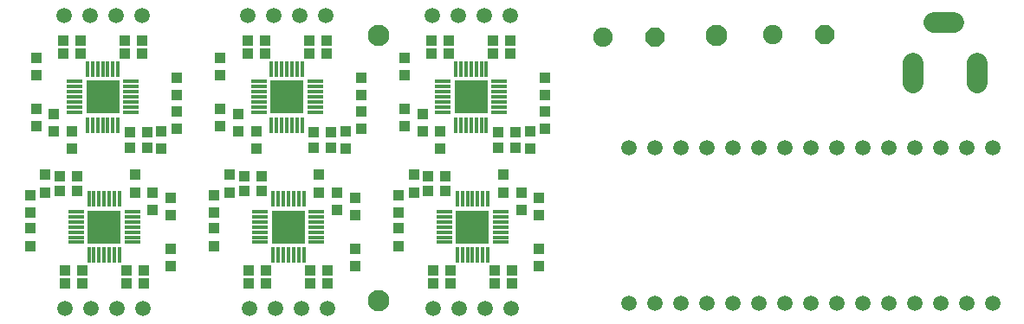
<source format=gbr>
G04 EAGLE Gerber RS-274X export*
G75*
%MOMM*%
%FSLAX34Y34*%
%LPD*%
%INSoldermask Top*%
%IPPOS*%
%AMOC8*
5,1,8,0,0,1.08239X$1,22.5*%
G01*
%ADD10C,2.100000*%
%ADD11C,1.500000*%
%ADD12R,1.500000X0.300000*%
%ADD13R,0.300000X1.500000*%
%ADD14R,3.200000X3.200000*%
%ADD15R,1.000000X1.100000*%
%ADD16R,1.100000X1.000000*%
%ADD17C,1.905000*%
%ADD18P,2.061953X8X22.500000*%
%ADD19C,2.000000*%
%ADD20C,2.250000*%


D10*
X360000Y280000D03*
X690000Y280000D03*
X360000Y20000D03*
D11*
X488100Y300000D03*
X462700Y300000D03*
X437300Y300000D03*
X411900Y300000D03*
X604050Y170050D03*
X629450Y170050D03*
X654850Y170050D03*
X680250Y170050D03*
X705650Y170050D03*
X731050Y170050D03*
X756450Y170050D03*
X781850Y170050D03*
X807250Y170050D03*
X832650Y170050D03*
X858050Y170050D03*
X883450Y170050D03*
X908850Y170050D03*
X934250Y170050D03*
X959650Y170050D03*
X604050Y17650D03*
X629450Y17650D03*
X654850Y17650D03*
X680250Y17650D03*
X705650Y17650D03*
X731050Y17650D03*
X756450Y17650D03*
X781850Y17650D03*
X807250Y17650D03*
X832650Y17650D03*
X858050Y17650D03*
X883450Y17650D03*
X908850Y17650D03*
X934250Y17650D03*
X959650Y17650D03*
D12*
X422500Y235000D03*
X422500Y230000D03*
X422500Y225000D03*
X422500Y220000D03*
X422500Y215000D03*
X422500Y210000D03*
X422500Y205000D03*
D13*
X435000Y192500D03*
X440000Y192500D03*
X445000Y192500D03*
X450000Y192500D03*
X455000Y192500D03*
X460000Y192500D03*
X465000Y192500D03*
D12*
X477500Y205000D03*
X477500Y210000D03*
X477500Y215000D03*
X477500Y220000D03*
X477500Y225000D03*
X477500Y230000D03*
X477500Y235000D03*
D13*
X465000Y247500D03*
X460000Y247500D03*
X455000Y247500D03*
X450000Y247500D03*
X445000Y247500D03*
X440000Y247500D03*
X435000Y247500D03*
D14*
X450000Y220000D03*
D15*
X411500Y275000D03*
X428500Y275000D03*
X488500Y275000D03*
X471500Y275000D03*
D16*
X522500Y206000D03*
X522500Y189000D03*
X522500Y238500D03*
X522500Y221500D03*
D15*
X476500Y185000D03*
X493500Y185000D03*
X476500Y170000D03*
X493500Y170000D03*
X507500Y186000D03*
X507500Y169000D03*
D17*
X744600Y280750D03*
D18*
X795400Y280750D03*
D17*
X578600Y278600D03*
D18*
X629400Y278600D03*
D15*
X385000Y208500D03*
X385000Y191500D03*
X402500Y203500D03*
X402500Y186500D03*
X420000Y186000D03*
X420000Y169000D03*
D16*
X428500Y262500D03*
X411500Y262500D03*
X471500Y262500D03*
X488500Y262500D03*
X385000Y241500D03*
X385000Y258500D03*
D11*
X308100Y300000D03*
X282700Y300000D03*
X257300Y300000D03*
X231900Y300000D03*
D12*
X242500Y235000D03*
X242500Y230000D03*
X242500Y225000D03*
X242500Y220000D03*
X242500Y215000D03*
X242500Y210000D03*
X242500Y205000D03*
D13*
X255000Y192500D03*
X260000Y192500D03*
X265000Y192500D03*
X270000Y192500D03*
X275000Y192500D03*
X280000Y192500D03*
X285000Y192500D03*
D12*
X297500Y205000D03*
X297500Y210000D03*
X297500Y215000D03*
X297500Y220000D03*
X297500Y225000D03*
X297500Y230000D03*
X297500Y235000D03*
D13*
X285000Y247500D03*
X280000Y247500D03*
X275000Y247500D03*
X270000Y247500D03*
X265000Y247500D03*
X260000Y247500D03*
X255000Y247500D03*
D14*
X270000Y220000D03*
D15*
X231500Y275000D03*
X248500Y275000D03*
X308500Y275000D03*
X291500Y275000D03*
D16*
X342500Y206000D03*
X342500Y189000D03*
X342500Y238500D03*
X342500Y221500D03*
D15*
X296500Y185000D03*
X313500Y185000D03*
X296500Y170000D03*
X313500Y170000D03*
X327500Y186000D03*
X327500Y169000D03*
X205000Y208500D03*
X205000Y191500D03*
X222500Y203500D03*
X222500Y186500D03*
X240000Y186000D03*
X240000Y169000D03*
D16*
X248500Y262500D03*
X231500Y262500D03*
X291500Y262500D03*
X308500Y262500D03*
X205000Y241500D03*
X205000Y258500D03*
D11*
X128100Y300000D03*
X102700Y300000D03*
X77300Y300000D03*
X51900Y300000D03*
D12*
X62500Y235000D03*
X62500Y230000D03*
X62500Y225000D03*
X62500Y220000D03*
X62500Y215000D03*
X62500Y210000D03*
X62500Y205000D03*
D13*
X75000Y192500D03*
X80000Y192500D03*
X85000Y192500D03*
X90000Y192500D03*
X95000Y192500D03*
X100000Y192500D03*
X105000Y192500D03*
D12*
X117500Y205000D03*
X117500Y210000D03*
X117500Y215000D03*
X117500Y220000D03*
X117500Y225000D03*
X117500Y230000D03*
X117500Y235000D03*
D13*
X105000Y247500D03*
X100000Y247500D03*
X95000Y247500D03*
X90000Y247500D03*
X85000Y247500D03*
X80000Y247500D03*
X75000Y247500D03*
D14*
X90000Y220000D03*
D15*
X51500Y275000D03*
X68500Y275000D03*
X128500Y275000D03*
X111500Y275000D03*
D16*
X162500Y206000D03*
X162500Y189000D03*
X162500Y238500D03*
X162500Y221500D03*
D15*
X116500Y185000D03*
X133500Y185000D03*
X116500Y170000D03*
X133500Y170000D03*
X147500Y186000D03*
X147500Y169000D03*
X25000Y208500D03*
X25000Y191500D03*
X42500Y203500D03*
X42500Y186500D03*
X60000Y186000D03*
X60000Y169000D03*
D16*
X68500Y262500D03*
X51500Y262500D03*
X111500Y262500D03*
X128500Y262500D03*
X25000Y241500D03*
X25000Y258500D03*
D11*
X53400Y12500D03*
X78800Y12500D03*
X104200Y12500D03*
X129600Y12500D03*
D12*
X119000Y77500D03*
X119000Y82500D03*
X119000Y87500D03*
X119000Y92500D03*
X119000Y97500D03*
X119000Y102500D03*
X119000Y107500D03*
D13*
X106500Y120000D03*
X101500Y120000D03*
X96500Y120000D03*
X91500Y120000D03*
X86500Y120000D03*
X81500Y120000D03*
X76500Y120000D03*
D12*
X64000Y107500D03*
X64000Y102500D03*
X64000Y97500D03*
X64000Y92500D03*
X64000Y87500D03*
X64000Y82500D03*
X64000Y77500D03*
D13*
X76500Y65000D03*
X81500Y65000D03*
X86500Y65000D03*
X91500Y65000D03*
X96500Y65000D03*
X101500Y65000D03*
X106500Y65000D03*
D14*
X91500Y92500D03*
D15*
X130000Y37500D03*
X113000Y37500D03*
X53000Y37500D03*
X70000Y37500D03*
D16*
X19000Y106500D03*
X19000Y123500D03*
X19000Y74000D03*
X19000Y91000D03*
D15*
X65000Y127500D03*
X48000Y127500D03*
X65000Y142500D03*
X48000Y142500D03*
X34000Y126500D03*
X34000Y143500D03*
X156500Y104000D03*
X156500Y121000D03*
X139000Y109000D03*
X139000Y126000D03*
X121500Y126500D03*
X121500Y143500D03*
D16*
X113000Y50000D03*
X130000Y50000D03*
X70000Y50000D03*
X53000Y50000D03*
X156500Y71000D03*
X156500Y54000D03*
D11*
X233400Y12500D03*
X258800Y12500D03*
X284200Y12500D03*
X309600Y12500D03*
D12*
X299000Y77500D03*
X299000Y82500D03*
X299000Y87500D03*
X299000Y92500D03*
X299000Y97500D03*
X299000Y102500D03*
X299000Y107500D03*
D13*
X286500Y120000D03*
X281500Y120000D03*
X276500Y120000D03*
X271500Y120000D03*
X266500Y120000D03*
X261500Y120000D03*
X256500Y120000D03*
D12*
X244000Y107500D03*
X244000Y102500D03*
X244000Y97500D03*
X244000Y92500D03*
X244000Y87500D03*
X244000Y82500D03*
X244000Y77500D03*
D13*
X256500Y65000D03*
X261500Y65000D03*
X266500Y65000D03*
X271500Y65000D03*
X276500Y65000D03*
X281500Y65000D03*
X286500Y65000D03*
D14*
X271500Y92500D03*
D15*
X310000Y37500D03*
X293000Y37500D03*
X233000Y37500D03*
X250000Y37500D03*
D16*
X199000Y106500D03*
X199000Y123500D03*
X199000Y74000D03*
X199000Y91000D03*
D15*
X245000Y127500D03*
X228000Y127500D03*
X245000Y142500D03*
X228000Y142500D03*
X214000Y126500D03*
X214000Y143500D03*
X336500Y104000D03*
X336500Y121000D03*
X319000Y109000D03*
X319000Y126000D03*
X301500Y126500D03*
X301500Y143500D03*
D16*
X293000Y50000D03*
X310000Y50000D03*
X250000Y50000D03*
X233000Y50000D03*
X336500Y71000D03*
X336500Y54000D03*
D11*
X413400Y12500D03*
X438800Y12500D03*
X464200Y12500D03*
X489600Y12500D03*
D12*
X479000Y77500D03*
X479000Y82500D03*
X479000Y87500D03*
X479000Y92500D03*
X479000Y97500D03*
X479000Y102500D03*
X479000Y107500D03*
D13*
X466500Y120000D03*
X461500Y120000D03*
X456500Y120000D03*
X451500Y120000D03*
X446500Y120000D03*
X441500Y120000D03*
X436500Y120000D03*
D12*
X424000Y107500D03*
X424000Y102500D03*
X424000Y97500D03*
X424000Y92500D03*
X424000Y87500D03*
X424000Y82500D03*
X424000Y77500D03*
D13*
X436500Y65000D03*
X441500Y65000D03*
X446500Y65000D03*
X451500Y65000D03*
X456500Y65000D03*
X461500Y65000D03*
X466500Y65000D03*
D14*
X451500Y92500D03*
D15*
X490000Y37500D03*
X473000Y37500D03*
X413000Y37500D03*
X430000Y37500D03*
D16*
X379000Y106500D03*
X379000Y123500D03*
X379000Y74000D03*
X379000Y91000D03*
D15*
X425000Y127500D03*
X408000Y127500D03*
X425000Y142500D03*
X408000Y142500D03*
X394000Y126500D03*
X394000Y143500D03*
X516500Y104000D03*
X516500Y121000D03*
X499000Y109000D03*
X499000Y126000D03*
X481500Y126500D03*
X481500Y143500D03*
D16*
X473000Y50000D03*
X490000Y50000D03*
X430000Y50000D03*
X413000Y50000D03*
X516500Y71000D03*
X516500Y54000D03*
D19*
X882000Y233300D02*
X882000Y253300D01*
X945000Y253300D02*
X945000Y233300D01*
X922000Y293300D02*
X902000Y293300D01*
D20*
X450000Y220000D03*
X270000Y220000D03*
X90000Y220000D03*
X91500Y92500D03*
X271500Y92500D03*
X451500Y92500D03*
M02*

</source>
